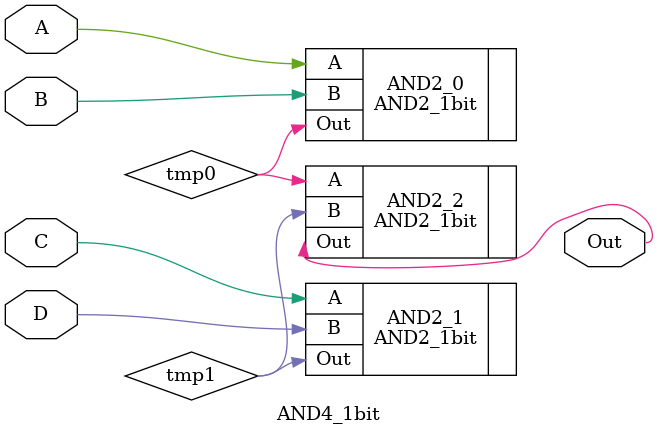
<source format=v>
`timescale 1ns/1ns

module AND4_1bit(A, B, C, D, Out);

input A, B, C, D;
output Out;

wire tmp0, tmp1;

AND2_1bit  AND2_0(.A(A), .B(B), .Out(tmp0));
AND2_1bit  AND2_1(.A(C), .B(D), .Out(tmp1));
AND2_1bit  AND2_2(.A(tmp0), .B(tmp1), .Out(Out));

endmodule


</source>
